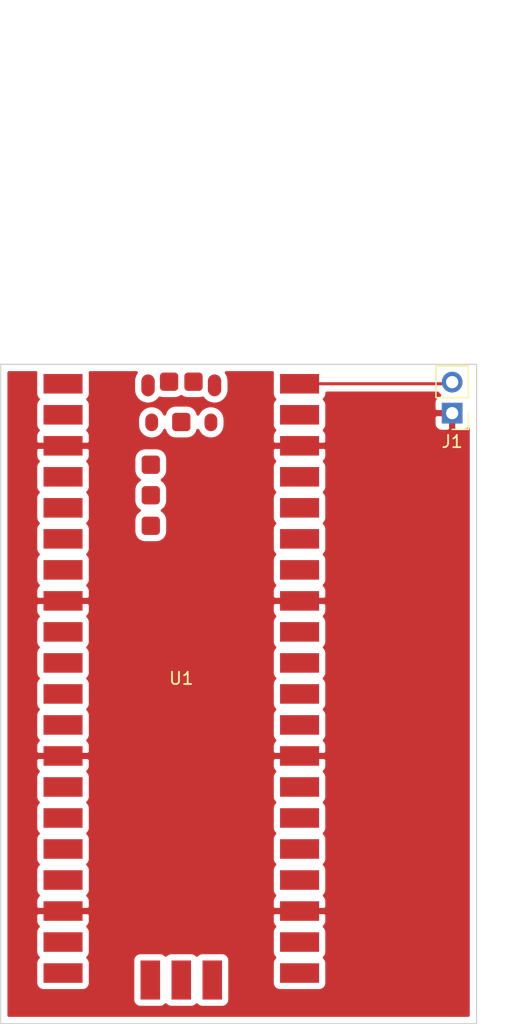
<source format=kicad_pcb>
(kicad_pcb (version 20171130) (host pcbnew 5.1.9-73d0e3b20d~88~ubuntu18.04.1)

  (general
    (thickness 1.6)
    (drawings 4)
    (tracks 3)
    (zones 0)
    (modules 2)
    (nets 3)
  )

  (page A4)
  (layers
    (0 F.Cu signal)
    (31 B.Cu signal)
    (32 B.Adhes user)
    (33 F.Adhes user)
    (34 B.Paste user)
    (35 F.Paste user)
    (36 B.SilkS user)
    (37 F.SilkS user)
    (38 B.Mask user)
    (39 F.Mask user)
    (40 Dwgs.User user)
    (41 Cmts.User user)
    (42 Eco1.User user)
    (43 Eco2.User user)
    (44 Edge.Cuts user)
    (45 Margin user)
    (46 B.CrtYd user)
    (47 F.CrtYd user)
    (48 B.Fab user)
    (49 F.Fab user)
  )

  (setup
    (last_trace_width 0.25)
    (trace_clearance 0.2)
    (zone_clearance 0.508)
    (zone_45_only no)
    (trace_min 0.2)
    (via_size 0.8)
    (via_drill 0.4)
    (via_min_size 0.4)
    (via_min_drill 0.3)
    (uvia_size 0.3)
    (uvia_drill 0.1)
    (uvias_allowed no)
    (uvia_min_size 0.2)
    (uvia_min_drill 0.1)
    (edge_width 0.05)
    (segment_width 0.2)
    (pcb_text_width 0.3)
    (pcb_text_size 1.5 1.5)
    (mod_edge_width 0.12)
    (mod_text_size 1 1)
    (mod_text_width 0.15)
    (pad_size 1.524 1.524)
    (pad_drill 0.762)
    (pad_to_mask_clearance 0)
    (aux_axis_origin 0 0)
    (visible_elements FFFFFF7F)
    (pcbplotparams
      (layerselection 0x010fc_ffffffff)
      (usegerberextensions false)
      (usegerberattributes true)
      (usegerberadvancedattributes true)
      (creategerberjobfile true)
      (excludeedgelayer true)
      (linewidth 0.100000)
      (plotframeref false)
      (viasonmask false)
      (mode 1)
      (useauxorigin false)
      (hpglpennumber 1)
      (hpglpenspeed 20)
      (hpglpendiameter 15.000000)
      (psnegative false)
      (psa4output false)
      (plotreference true)
      (plotvalue true)
      (plotinvisibletext false)
      (padsonsilk false)
      (subtractmaskfromsilk false)
      (outputformat 1)
      (mirror false)
      (drillshape 1)
      (scaleselection 1)
      (outputdirectory ""))
  )

  (net 0 "")
  (net 1 GND)
  (net 2 +5V)

  (net_class Default "This is the default net class."
    (clearance 0.2)
    (trace_width 0.25)
    (via_dia 0.8)
    (via_drill 0.4)
    (uvia_dia 0.3)
    (uvia_drill 0.1)
    (add_net +5V)
    (add_net GND)
    (add_net "Net-(U1-Pad1)")
    (add_net "Net-(U1-Pad10)")
    (add_net "Net-(U1-Pad11)")
    (add_net "Net-(U1-Pad12)")
    (add_net "Net-(U1-Pad14)")
    (add_net "Net-(U1-Pad15)")
    (add_net "Net-(U1-Pad16)")
    (add_net "Net-(U1-Pad17)")
    (add_net "Net-(U1-Pad19)")
    (add_net "Net-(U1-Pad2)")
    (add_net "Net-(U1-Pad20)")
    (add_net "Net-(U1-Pad21)")
    (add_net "Net-(U1-Pad22)")
    (add_net "Net-(U1-Pad24)")
    (add_net "Net-(U1-Pad25)")
    (add_net "Net-(U1-Pad26)")
    (add_net "Net-(U1-Pad27)")
    (add_net "Net-(U1-Pad29)")
    (add_net "Net-(U1-Pad30)")
    (add_net "Net-(U1-Pad31)")
    (add_net "Net-(U1-Pad32)")
    (add_net "Net-(U1-Pad34)")
    (add_net "Net-(U1-Pad35)")
    (add_net "Net-(U1-Pad36)")
    (add_net "Net-(U1-Pad37)")
    (add_net "Net-(U1-Pad39)")
    (add_net "Net-(U1-Pad4)")
    (add_net "Net-(U1-Pad5)")
    (add_net "Net-(U1-Pad6)")
    (add_net "Net-(U1-Pad7)")
    (add_net "Net-(U1-Pad9)")
    (add_net "Net-(U1-PadD1)")
    (add_net "Net-(U1-PadD2)")
    (add_net "Net-(U1-PadD3)")
    (add_net "Net-(U1-PadTP1)")
    (add_net "Net-(U1-PadTP2)")
    (add_net "Net-(U1-PadTP3)")
    (add_net "Net-(U1-PadTP4)")
    (add_net "Net-(U1-PadTP5)")
    (add_net "Net-(U1-PadTP6)")
  )

  (module Connector_PinHeader_2.54mm:PinHeader_1x02_P2.54mm_Vertical (layer F.Cu) (tedit 59FED5CC) (tstamp 6025D90E)
    (at 130 79 180)
    (descr "Through hole straight pin header, 1x02, 2.54mm pitch, single row")
    (tags "Through hole pin header THT 1x02 2.54mm single row")
    (path /6026269F)
    (fp_text reference J1 (at 0 -2.33) (layer F.SilkS)
      (effects (font (size 1 1) (thickness 0.15)))
    )
    (fp_text value Conn_01x02 (at 0 4.87) (layer F.Fab)
      (effects (font (size 1 1) (thickness 0.15)))
    )
    (fp_text user %R (at 2.54 1.01 90) (layer F.Fab)
      (effects (font (size 1 1) (thickness 0.15)))
    )
    (fp_line (start -0.635 -1.27) (end 1.27 -1.27) (layer F.Fab) (width 0.1))
    (fp_line (start 1.27 -1.27) (end 1.27 3.81) (layer F.Fab) (width 0.1))
    (fp_line (start 1.27 3.81) (end -1.27 3.81) (layer F.Fab) (width 0.1))
    (fp_line (start -1.27 3.81) (end -1.27 -0.635) (layer F.Fab) (width 0.1))
    (fp_line (start -1.27 -0.635) (end -0.635 -1.27) (layer F.Fab) (width 0.1))
    (fp_line (start -1.33 3.87) (end 1.33 3.87) (layer F.SilkS) (width 0.12))
    (fp_line (start -1.33 1.27) (end -1.33 3.87) (layer F.SilkS) (width 0.12))
    (fp_line (start 1.33 1.27) (end 1.33 3.87) (layer F.SilkS) (width 0.12))
    (fp_line (start -1.33 1.27) (end 1.33 1.27) (layer F.SilkS) (width 0.12))
    (fp_line (start -1.33 0) (end -1.33 -1.33) (layer F.SilkS) (width 0.12))
    (fp_line (start -1.33 -1.33) (end 0 -1.33) (layer F.SilkS) (width 0.12))
    (fp_line (start -1.8 -1.8) (end -1.8 4.35) (layer F.CrtYd) (width 0.05))
    (fp_line (start -1.8 4.35) (end 1.8 4.35) (layer F.CrtYd) (width 0.05))
    (fp_line (start 1.8 4.35) (end 1.8 -1.8) (layer F.CrtYd) (width 0.05))
    (fp_line (start 1.8 -1.8) (end -1.8 -1.8) (layer F.CrtYd) (width 0.05))
    (pad 2 thru_hole oval (at 0 2.54 180) (size 1.7 1.7) (drill 1) (layers *.Cu *.Mask)
      (net 2 +5V))
    (pad 1 thru_hole rect (at 0 0 180) (size 1.7 1.7) (drill 1) (layers *.Cu *.Mask)
      (net 1 GND))
    (model ${KISYS3DMOD}/Connector_PinHeader_2.54mm.3dshapes/PinHeader_1x02_P2.54mm_Vertical.wrl
      (at (xyz 0 0 0))
      (scale (xyz 1 1 1))
      (rotate (xyz 0 0 0))
    )
  )

  (module Raspberry_Pi_Pico:RPi-Pico-SMT (layer F.Cu) (tedit 60257ED8) (tstamp 6025D951)
    (at 97.304999 126.225)
    (descr "Raspberry Pi Pico; SMT")
    (tags raspberry,pi,pico,smt)
    (path /6025A432)
    (attr smd)
    (fp_text reference U1 (at 10.5 -25.5) (layer F.SilkS)
      (effects (font (size 1 1) (thickness 0.15)))
    )
    (fp_text value Pico (at 10.5 -25.5 90) (layer F.Fab)
      (effects (font (size 1 1) (thickness 0.15)))
    )
    (fp_line (start 0 0) (end 21 0) (layer F.CrtYd) (width 0.12))
    (fp_line (start 21 0) (end 21 -51) (layer F.CrtYd) (width 0.12))
    (fp_line (start 21 -51) (end 14.5 -51) (layer F.CrtYd) (width 0.12))
    (fp_line (start 14.5 -51) (end 14.5 -52.3) (layer F.CrtYd) (width 0.12))
    (fp_line (start 14.5 -52.3) (end 6.5 -52.3) (layer F.CrtYd) (width 0.12))
    (fp_line (start 6.5 -52.3) (end 6.5 -51) (layer F.CrtYd) (width 0.12))
    (fp_line (start 6.5 -51) (end 0 -51) (layer F.CrtYd) (width 0.12))
    (fp_line (start 0 -51) (end 0 0) (layer F.CrtYd) (width 0.12))
    (fp_line (start 3 -51) (end 3 -81) (layer Eco1.User) (width 0.12))
    (fp_line (start 3 -81) (end 18 -81) (layer Eco1.User) (width 0.12))
    (fp_line (start 18 -81) (end 18 -51) (layer Eco1.User) (width 0.12))
    (pad 1 smd rect (at 0.81 -49.63) (size 3.2 1.6) (layers F.Cu F.Paste F.Mask))
    (pad 2 smd rect (at 0.81 -47.09) (size 3.2 1.6) (layers F.Cu F.Paste F.Mask))
    (pad 3 smd rect (at 0.81 -44.55) (size 3.2 1.6) (layers F.Cu F.Paste F.Mask)
      (net 1 GND))
    (pad 4 smd rect (at 0.81 -42.01) (size 3.2 1.6) (layers F.Cu F.Paste F.Mask))
    (pad 5 smd rect (at 0.81 -39.47) (size 3.2 1.6) (layers F.Cu F.Paste F.Mask))
    (pad 6 smd rect (at 0.81 -36.93) (size 3.2 1.6) (layers F.Cu F.Paste F.Mask))
    (pad 7 smd rect (at 0.81 -34.39) (size 3.2 1.6) (layers F.Cu F.Paste F.Mask))
    (pad 8 smd rect (at 0.81 -31.85) (size 3.2 1.6) (layers F.Cu F.Paste F.Mask)
      (net 1 GND))
    (pad 9 smd rect (at 0.81 -29.31) (size 3.2 1.6) (layers F.Cu F.Paste F.Mask))
    (pad 10 smd rect (at 0.81 -26.77) (size 3.2 1.6) (layers F.Cu F.Paste F.Mask))
    (pad 11 smd rect (at 0.81 -24.23) (size 3.2 1.6) (layers F.Cu F.Paste F.Mask))
    (pad 12 smd rect (at 0.81 -21.69) (size 3.2 1.6) (layers F.Cu F.Paste F.Mask))
    (pad 13 smd rect (at 0.81 -19.15) (size 3.2 1.6) (layers F.Cu F.Paste F.Mask)
      (net 1 GND))
    (pad 14 smd rect (at 0.81 -16.61) (size 3.2 1.6) (layers F.Cu F.Paste F.Mask))
    (pad 15 smd rect (at 0.81 -14.07) (size 3.2 1.6) (layers F.Cu F.Paste F.Mask))
    (pad 16 smd rect (at 0.81 -11.53) (size 3.2 1.6) (layers F.Cu F.Paste F.Mask))
    (pad 17 smd rect (at 0.81 -8.99) (size 3.2 1.6) (layers F.Cu F.Paste F.Mask))
    (pad 18 smd rect (at 0.81 -6.45) (size 3.2 1.6) (layers F.Cu F.Paste F.Mask)
      (net 1 GND))
    (pad 19 smd rect (at 0.81 -3.91) (size 3.2 1.6) (layers F.Cu F.Paste F.Mask))
    (pad 20 smd rect (at 0.81 -1.37) (size 3.2 1.6) (layers F.Cu F.Paste F.Mask))
    (pad 21 smd rect (at 20.19 -1.37) (size 3.2 1.6) (layers F.Cu F.Paste F.Mask))
    (pad 22 smd rect (at 20.19 -3.91) (size 3.2 1.6) (layers F.Cu F.Paste F.Mask))
    (pad 23 smd rect (at 20.19 -6.45) (size 3.2 1.6) (layers F.Cu F.Paste F.Mask)
      (net 1 GND))
    (pad 24 smd rect (at 20.19 -8.99) (size 3.2 1.6) (layers F.Cu F.Paste F.Mask))
    (pad 25 smd rect (at 20.19 -11.53) (size 3.2 1.6) (layers F.Cu F.Paste F.Mask))
    (pad 26 smd rect (at 20.19 -14.07) (size 3.2 1.6) (layers F.Cu F.Paste F.Mask))
    (pad 27 smd rect (at 20.19 -16.61) (size 3.2 1.6) (layers F.Cu F.Paste F.Mask))
    (pad 28 smd rect (at 20.19 -19.15) (size 3.2 1.6) (layers F.Cu F.Paste F.Mask)
      (net 1 GND))
    (pad 29 smd rect (at 20.19 -21.69) (size 3.2 1.6) (layers F.Cu F.Paste F.Mask))
    (pad 30 smd rect (at 20.19 -24.23) (size 3.2 1.6) (layers F.Cu F.Paste F.Mask))
    (pad 31 smd rect (at 20.19 -26.77) (size 3.2 1.6) (layers F.Cu F.Paste F.Mask))
    (pad 32 smd rect (at 20.19 -29.31) (size 3.2 1.6) (layers F.Cu F.Paste F.Mask))
    (pad 33 smd rect (at 20.19 -31.85) (size 3.2 1.6) (layers F.Cu F.Paste F.Mask)
      (net 1 GND))
    (pad 34 smd rect (at 20.19 -34.39) (size 3.2 1.6) (layers F.Cu F.Paste F.Mask))
    (pad 35 smd rect (at 20.19 -36.93) (size 3.2 1.6) (layers F.Cu F.Paste F.Mask))
    (pad 36 smd rect (at 20.19 -39.47) (size 3.2 1.6) (layers F.Cu F.Paste F.Mask))
    (pad 37 smd rect (at 20.19 -42.01) (size 3.2 1.6) (layers F.Cu F.Paste F.Mask))
    (pad 38 smd rect (at 20.19 -44.55) (size 3.2 1.6) (layers F.Cu F.Paste F.Mask)
      (net 1 GND))
    (pad 39 smd rect (at 20.19 -47.09) (size 3.2 1.6) (layers F.Cu F.Paste F.Mask))
    (pad 40 smd rect (at 20.19 -49.63) (size 3.2 1.6) (layers F.Cu F.Paste F.Mask)
      (net 2 +5V))
    (pad D1 smd rect (at 7.96 -0.8) (size 1.6 3.2) (layers F.Cu F.Paste F.Mask))
    (pad D2 smd rect (at 10.5 -0.8) (size 1.6 3.2) (layers F.Cu F.Paste F.Mask))
    (pad D3 smd rect (at 13.04 -0.8) (size 1.6 3.2) (layers F.Cu F.Paste F.Mask))
    (pad TP1 smd roundrect (at 10.5 -46.5) (size 1.5 1.5) (layers F.Cu F.Paste F.Mask) (roundrect_rratio 0.2))
    (pad TP2 smd roundrect (at 11.5 -49.8) (size 1.5 1.5) (layers F.Cu F.Paste F.Mask) (roundrect_rratio 0.2))
    (pad TP3 smd roundrect (at 9.5 -49.8) (size 1.5 1.5) (layers F.Cu F.Paste F.Mask) (roundrect_rratio 0.2))
    (pad TP4 smd roundrect (at 8 -43) (size 1.5 1.5) (layers F.Cu F.Paste F.Mask) (roundrect_rratio 0.2))
    (pad TP5 smd roundrect (at 8 -40.5) (size 1.5 1.5) (layers F.Cu F.Paste F.Mask) (roundrect_rratio 0.2))
    (pad TP6 smd roundrect (at 8 -38) (size 1.5 1.5) (layers F.Cu F.Paste F.Mask) (roundrect_rratio 0.2))
    (pad A smd roundrect (at 7.775 -49.5) (size 1.1 1.8) (layers F.Cu F.Paste F.Mask) (roundrect_rratio 0.5))
    (pad B smd roundrect (at 13.225 -49.5) (size 1.1 1.8) (layers F.Cu F.Paste F.Mask) (roundrect_rratio 0.5))
    (pad C smd roundrect (at 8.075 -46.47) (size 1.05 1.45) (layers F.Cu F.Paste F.Mask) (roundrect_rratio 0.5))
    (pad D smd roundrect (at 12.925 -46.47) (size 1.05 1.45) (layers F.Cu F.Paste F.Mask) (roundrect_rratio 0.5))
  )

  (gr_line (start 132 75) (end 132 129) (layer Edge.Cuts) (width 0.1))
  (gr_line (start 93 75) (end 132 75) (layer Edge.Cuts) (width 0.1))
  (gr_line (start 93 129) (end 93 75) (layer Edge.Cuts) (width 0.1))
  (gr_line (start 132 129) (end 93 129) (layer Edge.Cuts) (width 0.1))

  (segment (start 116.445 81.675) (end 117.494999 81.675) (width 0.25) (layer F.Cu) (net 1) (status 30))
  (segment (start 129.865 76.595) (end 130 76.46) (width 0.25) (layer F.Cu) (net 2))
  (segment (start 117.494999 76.595) (end 129.865 76.595) (width 0.25) (layer F.Cu) (net 2))

  (zone (net 1) (net_name GND) (layer F.Cu) (tstamp 0) (hatch edge 0.508)
    (connect_pads (clearance 0.508))
    (min_thickness 0.254)
    (fill yes (arc_segments 32) (thermal_gap 0.508) (thermal_bridge_width 0.508))
    (polygon
      (pts
        (xy 132 129) (xy 93 129) (xy 93 75) (xy 132 75)
      )
    )
    (filled_polygon
      (pts
        (xy 95.876927 75.795) (xy 95.876927 77.395) (xy 95.889187 77.519482) (xy 95.925497 77.63918) (xy 95.984462 77.749494)
        (xy 96.063814 77.846185) (xy 96.08674 77.865) (xy 96.063814 77.883815) (xy 95.984462 77.980506) (xy 95.925497 78.09082)
        (xy 95.889187 78.210518) (xy 95.876927 78.335) (xy 95.876927 79.935) (xy 95.889187 80.059482) (xy 95.925497 80.17918)
        (xy 95.984462 80.289494) (xy 96.063814 80.386185) (xy 96.08674 80.405) (xy 96.063814 80.423815) (xy 95.984462 80.520506)
        (xy 95.925497 80.63082) (xy 95.889187 80.750518) (xy 95.876927 80.875) (xy 95.879999 81.38925) (xy 96.038749 81.548)
        (xy 97.987999 81.548) (xy 97.987999 81.528) (xy 98.241999 81.528) (xy 98.241999 81.548) (xy 100.191249 81.548)
        (xy 100.349999 81.38925) (xy 100.353071 80.875) (xy 100.340811 80.750518) (xy 100.304501 80.63082) (xy 100.245536 80.520506)
        (xy 100.166184 80.423815) (xy 100.143258 80.405) (xy 100.166184 80.386185) (xy 100.245536 80.289494) (xy 100.304501 80.17918)
        (xy 100.340811 80.059482) (xy 100.353071 79.935) (xy 100.353071 79.555) (xy 104.216926 79.555) (xy 104.216926 79.955)
        (xy 104.239274 80.181904) (xy 104.30546 80.400088) (xy 104.412939 80.601168) (xy 104.557582 80.777416) (xy 104.73383 80.922059)
        (xy 104.93491 81.029538) (xy 105.153094 81.095724) (xy 105.379998 81.118072) (xy 105.38 81.118072) (xy 105.606904 81.095724)
        (xy 105.825088 81.029538) (xy 106.026168 80.922059) (xy 106.202416 80.777416) (xy 106.347059 80.601168) (xy 106.450186 80.40823)
        (xy 106.488333 80.533985) (xy 106.575021 80.696165) (xy 106.691682 80.838317) (xy 106.833834 80.954978) (xy 106.996014 81.041666)
        (xy 107.17199 81.095047) (xy 107.354999 81.113072) (xy 108.254999 81.113072) (xy 108.438008 81.095047) (xy 108.613984 81.041666)
        (xy 108.776164 80.954978) (xy 108.918316 80.838317) (xy 109.034977 80.696165) (xy 109.121665 80.533985) (xy 109.159812 80.40823)
        (xy 109.262939 80.601168) (xy 109.407582 80.777416) (xy 109.58383 80.922059) (xy 109.78491 81.029538) (xy 110.003094 81.095724)
        (xy 110.229998 81.118072) (xy 110.23 81.118072) (xy 110.456904 81.095724) (xy 110.675088 81.029538) (xy 110.876168 80.922059)
        (xy 111.052416 80.777416) (xy 111.197059 80.601168) (xy 111.304538 80.400088) (xy 111.370724 80.181904) (xy 111.393072 79.955)
        (xy 111.393072 79.555) (xy 111.370724 79.328096) (xy 111.304538 79.109912) (xy 111.197059 78.908832) (xy 111.052416 78.732584)
        (xy 110.876168 78.587941) (xy 110.675088 78.480462) (xy 110.456904 78.414276) (xy 110.23 78.391928) (xy 110.229998 78.391928)
        (xy 110.003094 78.414276) (xy 109.78491 78.480462) (xy 109.58383 78.587941) (xy 109.407582 78.732584) (xy 109.262939 78.908832)
        (xy 109.171423 79.080047) (xy 109.121665 78.916015) (xy 109.034977 78.753835) (xy 108.918316 78.611683) (xy 108.776164 78.495022)
        (xy 108.613984 78.408334) (xy 108.438008 78.354953) (xy 108.254999 78.336928) (xy 107.354999 78.336928) (xy 107.17199 78.354953)
        (xy 106.996014 78.408334) (xy 106.833834 78.495022) (xy 106.691682 78.611683) (xy 106.575021 78.753835) (xy 106.488333 78.916015)
        (xy 106.438575 79.080047) (xy 106.347059 78.908832) (xy 106.202416 78.732584) (xy 106.026168 78.587941) (xy 105.825088 78.480462)
        (xy 105.606904 78.414276) (xy 105.38 78.391928) (xy 105.379998 78.391928) (xy 105.153094 78.414276) (xy 104.93491 78.480462)
        (xy 104.73383 78.587941) (xy 104.557582 78.732584) (xy 104.412939 78.908832) (xy 104.30546 79.109912) (xy 104.239274 79.328096)
        (xy 104.216926 79.555) (xy 100.353071 79.555) (xy 100.353071 78.335) (xy 100.340811 78.210518) (xy 100.304501 78.09082)
        (xy 100.245536 77.980506) (xy 100.166184 77.883815) (xy 100.143258 77.865) (xy 100.166184 77.846185) (xy 100.245536 77.749494)
        (xy 100.304501 77.63918) (xy 100.340811 77.519482) (xy 100.353071 77.395) (xy 100.353071 75.795) (xy 100.342237 75.685)
        (xy 104.116725 75.685) (xy 104.092152 75.714943) (xy 103.982363 75.920345) (xy 103.914754 76.143219) (xy 103.891926 76.375)
        (xy 103.891926 77.075) (xy 103.914754 77.306781) (xy 103.982363 77.529655) (xy 104.092152 77.735057) (xy 104.239904 77.915094)
        (xy 104.419941 78.062846) (xy 104.625343 78.172635) (xy 104.848217 78.240244) (xy 105.079998 78.263072) (xy 105.08 78.263072)
        (xy 105.311781 78.240244) (xy 105.534655 78.172635) (xy 105.740057 78.062846) (xy 105.920094 77.915094) (xy 106.049185 77.757795)
        (xy 106.17199 77.795047) (xy 106.354999 77.813072) (xy 107.254999 77.813072) (xy 107.438008 77.795047) (xy 107.613984 77.741666)
        (xy 107.776164 77.654978) (xy 107.804999 77.631314) (xy 107.833834 77.654978) (xy 107.996014 77.741666) (xy 108.17199 77.795047)
        (xy 108.354999 77.813072) (xy 109.254999 77.813072) (xy 109.438008 77.795047) (xy 109.560813 77.757795) (xy 109.689904 77.915094)
        (xy 109.869941 78.062846) (xy 110.075343 78.172635) (xy 110.298217 78.240244) (xy 110.529998 78.263072) (xy 110.53 78.263072)
        (xy 110.761781 78.240244) (xy 110.984655 78.172635) (xy 111.190057 78.062846) (xy 111.370094 77.915094) (xy 111.517846 77.735057)
        (xy 111.627635 77.529655) (xy 111.695244 77.306781) (xy 111.718072 77.075) (xy 111.718072 76.375) (xy 111.695244 76.143219)
        (xy 111.627635 75.920345) (xy 111.517846 75.714943) (xy 111.493273 75.685) (xy 115.267761 75.685) (xy 115.256927 75.795)
        (xy 115.256927 77.395) (xy 115.269187 77.519482) (xy 115.305497 77.63918) (xy 115.364462 77.749494) (xy 115.443814 77.846185)
        (xy 115.46674 77.865) (xy 115.443814 77.883815) (xy 115.364462 77.980506) (xy 115.305497 78.09082) (xy 115.269187 78.210518)
        (xy 115.256927 78.335) (xy 115.256927 79.935) (xy 115.269187 80.059482) (xy 115.305497 80.17918) (xy 115.364462 80.289494)
        (xy 115.443814 80.386185) (xy 115.46674 80.405) (xy 115.443814 80.423815) (xy 115.364462 80.520506) (xy 115.305497 80.63082)
        (xy 115.269187 80.750518) (xy 115.256927 80.875) (xy 115.259999 81.38925) (xy 115.418749 81.548) (xy 117.367999 81.548)
        (xy 117.367999 81.528) (xy 117.621999 81.528) (xy 117.621999 81.548) (xy 119.571249 81.548) (xy 119.729999 81.38925)
        (xy 119.733071 80.875) (xy 119.720811 80.750518) (xy 119.684501 80.63082) (xy 119.625536 80.520506) (xy 119.546184 80.423815)
        (xy 119.523258 80.405) (xy 119.546184 80.386185) (xy 119.625536 80.289494) (xy 119.684501 80.17918) (xy 119.720811 80.059482)
        (xy 119.733071 79.935) (xy 119.733071 79.85) (xy 128.511928 79.85) (xy 128.524188 79.974482) (xy 128.560498 80.09418)
        (xy 128.619463 80.204494) (xy 128.698815 80.301185) (xy 128.795506 80.380537) (xy 128.90582 80.439502) (xy 129.025518 80.475812)
        (xy 129.15 80.488072) (xy 129.71425 80.485) (xy 129.873 80.32625) (xy 129.873 79.127) (xy 128.67375 79.127)
        (xy 128.515 79.28575) (xy 128.511928 79.85) (xy 119.733071 79.85) (xy 119.733071 78.335) (xy 119.720811 78.210518)
        (xy 119.684501 78.09082) (xy 119.625536 77.980506) (xy 119.546184 77.883815) (xy 119.523258 77.865) (xy 119.546184 77.846185)
        (xy 119.625536 77.749494) (xy 119.684501 77.63918) (xy 119.720811 77.519482) (xy 119.733071 77.395) (xy 119.733071 77.355)
        (xy 128.812026 77.355) (xy 128.846525 77.406632) (xy 128.97838 77.538487) (xy 128.90582 77.560498) (xy 128.795506 77.619463)
        (xy 128.698815 77.698815) (xy 128.619463 77.795506) (xy 128.560498 77.90582) (xy 128.524188 78.025518) (xy 128.511928 78.15)
        (xy 128.515 78.71425) (xy 128.67375 78.873) (xy 129.873 78.873) (xy 129.873 78.853) (xy 130.127 78.853)
        (xy 130.127 78.873) (xy 130.147 78.873) (xy 130.147 79.127) (xy 130.127 79.127) (xy 130.127 80.32625)
        (xy 130.28575 80.485) (xy 130.85 80.488072) (xy 130.974482 80.475812) (xy 131.09418 80.439502) (xy 131.204494 80.380537)
        (xy 131.301185 80.301185) (xy 131.315 80.284351) (xy 131.315001 128.315) (xy 93.685 128.315) (xy 93.685 120.575)
        (xy 95.876927 120.575) (xy 95.889187 120.699482) (xy 95.925497 120.81918) (xy 95.984462 120.929494) (xy 96.063814 121.026185)
        (xy 96.08674 121.045) (xy 96.063814 121.063815) (xy 95.984462 121.160506) (xy 95.925497 121.27082) (xy 95.889187 121.390518)
        (xy 95.876927 121.515) (xy 95.876927 123.115) (xy 95.889187 123.239482) (xy 95.925497 123.35918) (xy 95.984462 123.469494)
        (xy 96.063814 123.566185) (xy 96.08674 123.585) (xy 96.063814 123.603815) (xy 95.984462 123.700506) (xy 95.925497 123.81082)
        (xy 95.889187 123.930518) (xy 95.876927 124.055) (xy 95.876927 125.655) (xy 95.889187 125.779482) (xy 95.925497 125.89918)
        (xy 95.984462 126.009494) (xy 96.063814 126.106185) (xy 96.160505 126.185537) (xy 96.270819 126.244502) (xy 96.390517 126.280812)
        (xy 96.514999 126.293072) (xy 99.714999 126.293072) (xy 99.839481 126.280812) (xy 99.959179 126.244502) (xy 100.069493 126.185537)
        (xy 100.166184 126.106185) (xy 100.245536 126.009494) (xy 100.304501 125.89918) (xy 100.340811 125.779482) (xy 100.353071 125.655)
        (xy 100.353071 124.055) (xy 100.340811 123.930518) (xy 100.308803 123.825) (xy 103.826927 123.825) (xy 103.826927 127.025)
        (xy 103.839187 127.149482) (xy 103.875497 127.26918) (xy 103.934462 127.379494) (xy 104.013814 127.476185) (xy 104.110505 127.555537)
        (xy 104.220819 127.614502) (xy 104.340517 127.650812) (xy 104.464999 127.663072) (xy 106.064999 127.663072) (xy 106.189481 127.650812)
        (xy 106.309179 127.614502) (xy 106.419493 127.555537) (xy 106.516184 127.476185) (xy 106.534999 127.453259) (xy 106.553814 127.476185)
        (xy 106.650505 127.555537) (xy 106.760819 127.614502) (xy 106.880517 127.650812) (xy 107.004999 127.663072) (xy 108.604999 127.663072)
        (xy 108.729481 127.650812) (xy 108.849179 127.614502) (xy 108.959493 127.555537) (xy 109.056184 127.476185) (xy 109.074999 127.453259)
        (xy 109.093814 127.476185) (xy 109.190505 127.555537) (xy 109.300819 127.614502) (xy 109.420517 127.650812) (xy 109.544999 127.663072)
        (xy 111.144999 127.663072) (xy 111.269481 127.650812) (xy 111.389179 127.614502) (xy 111.499493 127.555537) (xy 111.596184 127.476185)
        (xy 111.675536 127.379494) (xy 111.734501 127.26918) (xy 111.770811 127.149482) (xy 111.783071 127.025) (xy 111.783071 123.825)
        (xy 111.770811 123.700518) (xy 111.734501 123.58082) (xy 111.675536 123.470506) (xy 111.596184 123.373815) (xy 111.499493 123.294463)
        (xy 111.389179 123.235498) (xy 111.269481 123.199188) (xy 111.144999 123.186928) (xy 109.544999 123.186928) (xy 109.420517 123.199188)
        (xy 109.300819 123.235498) (xy 109.190505 123.294463) (xy 109.093814 123.373815) (xy 109.074999 123.396741) (xy 109.056184 123.373815)
        (xy 108.959493 123.294463) (xy 108.849179 123.235498) (xy 108.729481 123.199188) (xy 108.604999 123.186928) (xy 107.004999 123.186928)
        (xy 106.880517 123.199188) (xy 106.760819 123.235498) (xy 106.650505 123.294463) (xy 106.553814 123.373815) (xy 106.534999 123.396741)
        (xy 106.516184 123.373815) (xy 106.419493 123.294463) (xy 106.309179 123.235498) (xy 106.189481 123.199188) (xy 106.064999 123.186928)
        (xy 104.464999 123.186928) (xy 104.340517 123.199188) (xy 104.220819 123.235498) (xy 104.110505 123.294463) (xy 104.013814 123.373815)
        (xy 103.934462 123.470506) (xy 103.875497 123.58082) (xy 103.839187 123.700518) (xy 103.826927 123.825) (xy 100.308803 123.825)
        (xy 100.304501 123.81082) (xy 100.245536 123.700506) (xy 100.166184 123.603815) (xy 100.143258 123.585) (xy 100.166184 123.566185)
        (xy 100.245536 123.469494) (xy 100.304501 123.35918) (xy 100.340811 123.239482) (xy 100.353071 123.115) (xy 100.353071 121.515)
        (xy 100.340811 121.390518) (xy 100.304501 121.27082) (xy 100.245536 121.160506) (xy 100.166184 121.063815) (xy 100.143258 121.045)
        (xy 100.166184 121.026185) (xy 100.245536 120.929494) (xy 100.304501 120.81918) (xy 100.340811 120.699482) (xy 100.353071 120.575)
        (xy 115.256927 120.575) (xy 115.269187 120.699482) (xy 115.305497 120.81918) (xy 115.364462 120.929494) (xy 115.443814 121.026185)
        (xy 115.46674 121.045) (xy 115.443814 121.063815) (xy 115.364462 121.160506) (xy 115.305497 121.27082) (xy 115.269187 121.390518)
        (xy 115.256927 121.515) (xy 115.256927 123.115) (xy 115.269187 123.239482) (xy 115.305497 123.35918) (xy 115.364462 123.469494)
        (xy 115.443814 123.566185) (xy 115.46674 123.585) (xy 115.443814 123.603815) (xy 115.364462 123.700506) (xy 115.305497 123.81082)
        (xy 115.269187 123.930518) (xy 115.256927 124.055) (xy 115.256927 125.655) (xy 115.269187 125.779482) (xy 115.305497 125.89918)
        (xy 115.364462 126.009494) (xy 115.443814 126.106185) (xy 115.540505 126.185537) (xy 115.650819 126.244502) (xy 115.770517 126.280812)
        (xy 115.894999 126.293072) (xy 119.094999 126.293072) (xy 119.219481 126.280812) (xy 119.339179 126.244502) (xy 119.449493 126.185537)
        (xy 119.546184 126.106185) (xy 119.625536 126.009494) (xy 119.684501 125.89918) (xy 119.720811 125.779482) (xy 119.733071 125.655)
        (xy 119.733071 124.055) (xy 119.720811 123.930518) (xy 119.684501 123.81082) (xy 119.625536 123.700506) (xy 119.546184 123.603815)
        (xy 119.523258 123.585) (xy 119.546184 123.566185) (xy 119.625536 123.469494) (xy 119.684501 123.35918) (xy 119.720811 123.239482)
        (xy 119.733071 123.115) (xy 119.733071 121.515) (xy 119.720811 121.390518) (xy 119.684501 121.27082) (xy 119.625536 121.160506)
        (xy 119.546184 121.063815) (xy 119.523258 121.045) (xy 119.546184 121.026185) (xy 119.625536 120.929494) (xy 119.684501 120.81918)
        (xy 119.720811 120.699482) (xy 119.733071 120.575) (xy 119.729999 120.06075) (xy 119.571249 119.902) (xy 117.621999 119.902)
        (xy 117.621999 119.922) (xy 117.367999 119.922) (xy 117.367999 119.902) (xy 115.418749 119.902) (xy 115.259999 120.06075)
        (xy 115.256927 120.575) (xy 100.353071 120.575) (xy 100.349999 120.06075) (xy 100.191249 119.902) (xy 98.241999 119.902)
        (xy 98.241999 119.922) (xy 97.987999 119.922) (xy 97.987999 119.902) (xy 96.038749 119.902) (xy 95.879999 120.06075)
        (xy 95.876927 120.575) (xy 93.685 120.575) (xy 93.685 107.875) (xy 95.876927 107.875) (xy 95.889187 107.999482)
        (xy 95.925497 108.11918) (xy 95.984462 108.229494) (xy 96.063814 108.326185) (xy 96.08674 108.345) (xy 96.063814 108.363815)
        (xy 95.984462 108.460506) (xy 95.925497 108.57082) (xy 95.889187 108.690518) (xy 95.876927 108.815) (xy 95.876927 110.415)
        (xy 95.889187 110.539482) (xy 95.925497 110.65918) (xy 95.984462 110.769494) (xy 96.063814 110.866185) (xy 96.08674 110.885)
        (xy 96.063814 110.903815) (xy 95.984462 111.000506) (xy 95.925497 111.11082) (xy 95.889187 111.230518) (xy 95.876927 111.355)
        (xy 95.876927 112.955) (xy 95.889187 113.079482) (xy 95.925497 113.19918) (xy 95.984462 113.309494) (xy 96.063814 113.406185)
        (xy 96.08674 113.425) (xy 96.063814 113.443815) (xy 95.984462 113.540506) (xy 95.925497 113.65082) (xy 95.889187 113.770518)
        (xy 95.876927 113.895) (xy 95.876927 115.495) (xy 95.889187 115.619482) (xy 95.925497 115.73918) (xy 95.984462 115.849494)
        (xy 96.063814 115.946185) (xy 96.08674 115.965) (xy 96.063814 115.983815) (xy 95.984462 116.080506) (xy 95.925497 116.19082)
        (xy 95.889187 116.310518) (xy 95.876927 116.435) (xy 95.876927 118.035) (xy 95.889187 118.159482) (xy 95.925497 118.27918)
        (xy 95.984462 118.389494) (xy 96.063814 118.486185) (xy 96.08674 118.505) (xy 96.063814 118.523815) (xy 95.984462 118.620506)
        (xy 95.925497 118.73082) (xy 95.889187 118.850518) (xy 95.876927 118.975) (xy 95.879999 119.48925) (xy 96.038749 119.648)
        (xy 97.987999 119.648) (xy 97.987999 119.628) (xy 98.241999 119.628) (xy 98.241999 119.648) (xy 100.191249 119.648)
        (xy 100.349999 119.48925) (xy 100.353071 118.975) (xy 100.340811 118.850518) (xy 100.304501 118.73082) (xy 100.245536 118.620506)
        (xy 100.166184 118.523815) (xy 100.143258 118.505) (xy 100.166184 118.486185) (xy 100.245536 118.389494) (xy 100.304501 118.27918)
        (xy 100.340811 118.159482) (xy 100.353071 118.035) (xy 100.353071 116.435) (xy 100.340811 116.310518) (xy 100.304501 116.19082)
        (xy 100.245536 116.080506) (xy 100.166184 115.983815) (xy 100.143258 115.965) (xy 100.166184 115.946185) (xy 100.245536 115.849494)
        (xy 100.304501 115.73918) (xy 100.340811 115.619482) (xy 100.353071 115.495) (xy 100.353071 113.895) (xy 100.340811 113.770518)
        (xy 100.304501 113.65082) (xy 100.245536 113.540506) (xy 100.166184 113.443815) (xy 100.143258 113.425) (xy 100.166184 113.406185)
        (xy 100.245536 113.309494) (xy 100.304501 113.19918) (xy 100.340811 113.079482) (xy 100.353071 112.955) (xy 100.353071 111.355)
        (xy 100.340811 111.230518) (xy 100.304501 111.11082) (xy 100.245536 111.000506) (xy 100.166184 110.903815) (xy 100.143258 110.885)
        (xy 100.166184 110.866185) (xy 100.245536 110.769494) (xy 100.304501 110.65918) (xy 100.340811 110.539482) (xy 100.353071 110.415)
        (xy 100.353071 108.815) (xy 100.340811 108.690518) (xy 100.304501 108.57082) (xy 100.245536 108.460506) (xy 100.166184 108.363815)
        (xy 100.143258 108.345) (xy 100.166184 108.326185) (xy 100.245536 108.229494) (xy 100.304501 108.11918) (xy 100.340811 107.999482)
        (xy 100.353071 107.875) (xy 115.256927 107.875) (xy 115.269187 107.999482) (xy 115.305497 108.11918) (xy 115.364462 108.229494)
        (xy 115.443814 108.326185) (xy 115.46674 108.345) (xy 115.443814 108.363815) (xy 115.364462 108.460506) (xy 115.305497 108.57082)
        (xy 115.269187 108.690518) (xy 115.256927 108.815) (xy 115.256927 110.415) (xy 115.269187 110.539482) (xy 115.305497 110.65918)
        (xy 115.364462 110.769494) (xy 115.443814 110.866185) (xy 115.46674 110.885) (xy 115.443814 110.903815) (xy 115.364462 111.000506)
        (xy 115.305497 111.11082) (xy 115.269187 111.230518) (xy 115.256927 111.355) (xy 115.256927 112.955) (xy 115.269187 113.079482)
        (xy 115.305497 113.19918) (xy 115.364462 113.309494) (xy 115.443814 113.406185) (xy 115.46674 113.425) (xy 115.443814 113.443815)
        (xy 115.364462 113.540506) (xy 115.305497 113.65082) (xy 115.269187 113.770518) (xy 115.256927 113.895) (xy 115.256927 115.495)
        (xy 115.269187 115.619482) (xy 115.305497 115.73918) (xy 115.364462 115.849494) (xy 115.443814 115.946185) (xy 115.46674 115.965)
        (xy 115.443814 115.983815) (xy 115.364462 116.080506) (xy 115.305497 116.19082) (xy 115.269187 116.310518) (xy 115.256927 116.435)
        (xy 115.256927 118.035) (xy 115.269187 118.159482) (xy 115.305497 118.27918) (xy 115.364462 118.389494) (xy 115.443814 118.486185)
        (xy 115.46674 118.505) (xy 115.443814 118.523815) (xy 115.364462 118.620506) (xy 115.305497 118.73082) (xy 115.269187 118.850518)
        (xy 115.256927 118.975) (xy 115.259999 119.48925) (xy 115.418749 119.648) (xy 117.367999 119.648) (xy 117.367999 119.628)
        (xy 117.621999 119.628) (xy 117.621999 119.648) (xy 119.571249 119.648) (xy 119.729999 119.48925) (xy 119.733071 118.975)
        (xy 119.720811 118.850518) (xy 119.684501 118.73082) (xy 119.625536 118.620506) (xy 119.546184 118.523815) (xy 119.523258 118.505)
        (xy 119.546184 118.486185) (xy 119.625536 118.389494) (xy 119.684501 118.27918) (xy 119.720811 118.159482) (xy 119.733071 118.035)
        (xy 119.733071 116.435) (xy 119.720811 116.310518) (xy 119.684501 116.19082) (xy 119.625536 116.080506) (xy 119.546184 115.983815)
        (xy 119.523258 115.965) (xy 119.546184 115.946185) (xy 119.625536 115.849494) (xy 119.684501 115.73918) (xy 119.720811 115.619482)
        (xy 119.733071 115.495) (xy 119.733071 113.895) (xy 119.720811 113.770518) (xy 119.684501 113.65082) (xy 119.625536 113.540506)
        (xy 119.546184 113.443815) (xy 119.523258 113.425) (xy 119.546184 113.406185) (xy 119.625536 113.309494) (xy 119.684501 113.19918)
        (xy 119.720811 113.079482) (xy 119.733071 112.955) (xy 119.733071 111.355) (xy 119.720811 111.230518) (xy 119.684501 111.11082)
        (xy 119.625536 111.000506) (xy 119.546184 110.903815) (xy 119.523258 110.885) (xy 119.546184 110.866185) (xy 119.625536 110.769494)
        (xy 119.684501 110.65918) (xy 119.720811 110.539482) (xy 119.733071 110.415) (xy 119.733071 108.815) (xy 119.720811 108.690518)
        (xy 119.684501 108.57082) (xy 119.625536 108.460506) (xy 119.546184 108.363815) (xy 119.523258 108.345) (xy 119.546184 108.326185)
        (xy 119.625536 108.229494) (xy 119.684501 108.11918) (xy 119.720811 107.999482) (xy 119.733071 107.875) (xy 119.729999 107.36075)
        (xy 119.571249 107.202) (xy 117.621999 107.202) (xy 117.621999 107.222) (xy 117.367999 107.222) (xy 117.367999 107.202)
        (xy 115.418749 107.202) (xy 115.259999 107.36075) (xy 115.256927 107.875) (xy 100.353071 107.875) (xy 100.349999 107.36075)
        (xy 100.191249 107.202) (xy 98.241999 107.202) (xy 98.241999 107.222) (xy 97.987999 107.222) (xy 97.987999 107.202)
        (xy 96.038749 107.202) (xy 95.879999 107.36075) (xy 95.876927 107.875) (xy 93.685 107.875) (xy 93.685 95.175)
        (xy 95.876927 95.175) (xy 95.889187 95.299482) (xy 95.925497 95.41918) (xy 95.984462 95.529494) (xy 96.063814 95.626185)
        (xy 96.08674 95.645) (xy 96.063814 95.663815) (xy 95.984462 95.760506) (xy 95.925497 95.87082) (xy 95.889187 95.990518)
        (xy 95.876927 96.115) (xy 95.876927 97.715) (xy 95.889187 97.839482) (xy 95.925497 97.95918) (xy 95.984462 98.069494)
        (xy 96.063814 98.166185) (xy 96.08674 98.185) (xy 96.063814 98.203815) (xy 95.984462 98.300506) (xy 95.925497 98.41082)
        (xy 95.889187 98.530518) (xy 95.876927 98.655) (xy 95.876927 100.255) (xy 95.889187 100.379482) (xy 95.925497 100.49918)
        (xy 95.984462 100.609494) (xy 96.063814 100.706185) (xy 96.08674 100.725) (xy 96.063814 100.743815) (xy 95.984462 100.840506)
        (xy 95.925497 100.95082) (xy 95.889187 101.070518) (xy 95.876927 101.195) (xy 95.876927 102.795) (xy 95.889187 102.919482)
        (xy 95.925497 103.03918) (xy 95.984462 103.149494) (xy 96.063814 103.246185) (xy 96.08674 103.265) (xy 96.063814 103.283815)
        (xy 95.984462 103.380506) (xy 95.925497 103.49082) (xy 95.889187 103.610518) (xy 95.876927 103.735) (xy 95.876927 105.335)
        (xy 95.889187 105.459482) (xy 95.925497 105.57918) (xy 95.984462 105.689494) (xy 96.063814 105.786185) (xy 96.08674 105.805)
        (xy 96.063814 105.823815) (xy 95.984462 105.920506) (xy 95.925497 106.03082) (xy 95.889187 106.150518) (xy 95.876927 106.275)
        (xy 95.879999 106.78925) (xy 96.038749 106.948) (xy 97.987999 106.948) (xy 97.987999 106.928) (xy 98.241999 106.928)
        (xy 98.241999 106.948) (xy 100.191249 106.948) (xy 100.349999 106.78925) (xy 100.353071 106.275) (xy 100.340811 106.150518)
        (xy 100.304501 106.03082) (xy 100.245536 105.920506) (xy 100.166184 105.823815) (xy 100.143258 105.805) (xy 100.166184 105.786185)
        (xy 100.245536 105.689494) (xy 100.304501 105.57918) (xy 100.340811 105.459482) (xy 100.353071 105.335) (xy 100.353071 103.735)
        (xy 100.340811 103.610518) (xy 100.304501 103.49082) (xy 100.245536 103.380506) (xy 100.166184 103.283815) (xy 100.143258 103.265)
        (xy 100.166184 103.246185) (xy 100.245536 103.149494) (xy 100.304501 103.03918) (xy 100.340811 102.919482) (xy 100.353071 102.795)
        (xy 100.353071 101.195) (xy 100.340811 101.070518) (xy 100.304501 100.95082) (xy 100.245536 100.840506) (xy 100.166184 100.743815)
        (xy 100.143258 100.725) (xy 100.166184 100.706185) (xy 100.245536 100.609494) (xy 100.304501 100.49918) (xy 100.340811 100.379482)
        (xy 100.353071 100.255) (xy 100.353071 98.655) (xy 100.340811 98.530518) (xy 100.304501 98.41082) (xy 100.245536 98.300506)
        (xy 100.166184 98.203815) (xy 100.143258 98.185) (xy 100.166184 98.166185) (xy 100.245536 98.069494) (xy 100.304501 97.95918)
        (xy 100.340811 97.839482) (xy 100.353071 97.715) (xy 100.353071 96.115) (xy 100.340811 95.990518) (xy 100.304501 95.87082)
        (xy 100.245536 95.760506) (xy 100.166184 95.663815) (xy 100.143258 95.645) (xy 100.166184 95.626185) (xy 100.245536 95.529494)
        (xy 100.304501 95.41918) (xy 100.340811 95.299482) (xy 100.353071 95.175) (xy 115.256927 95.175) (xy 115.269187 95.299482)
        (xy 115.305497 95.41918) (xy 115.364462 95.529494) (xy 115.443814 95.626185) (xy 115.46674 95.645) (xy 115.443814 95.663815)
        (xy 115.364462 95.760506) (xy 115.305497 95.87082) (xy 115.269187 95.990518) (xy 115.256927 96.115) (xy 115.256927 97.715)
        (xy 115.269187 97.839482) (xy 115.305497 97.95918) (xy 115.364462 98.069494) (xy 115.443814 98.166185) (xy 115.46674 98.185)
        (xy 115.443814 98.203815) (xy 115.364462 98.300506) (xy 115.305497 98.41082) (xy 115.269187 98.530518) (xy 115.256927 98.655)
        (xy 115.256927 100.255) (xy 115.269187 100.379482) (xy 115.305497 100.49918) (xy 115.364462 100.609494) (xy 115.443814 100.706185)
        (xy 115.46674 100.725) (xy 115.443814 100.743815) (xy 115.364462 100.840506) (xy 115.305497 100.95082) (xy 115.269187 101.070518)
        (xy 115.256927 101.195) (xy 115.256927 102.795) (xy 115.269187 102.919482) (xy 115.305497 103.03918) (xy 115.364462 103.149494)
        (xy 115.443814 103.246185) (xy 115.46674 103.265) (xy 115.443814 103.283815) (xy 115.364462 103.380506) (xy 115.305497 103.49082)
        (xy 115.269187 103.610518) (xy 115.256927 103.735) (xy 115.256927 105.335) (xy 115.269187 105.459482) (xy 115.305497 105.57918)
        (xy 115.364462 105.689494) (xy 115.443814 105.786185) (xy 115.46674 105.805) (xy 115.443814 105.823815) (xy 115.364462 105.920506)
        (xy 115.305497 106.03082) (xy 115.269187 106.150518) (xy 115.256927 106.275) (xy 115.259999 106.78925) (xy 115.418749 106.948)
        (xy 117.367999 106.948) (xy 117.367999 106.928) (xy 117.621999 106.928) (xy 117.621999 106.948) (xy 119.571249 106.948)
        (xy 119.729999 106.78925) (xy 119.733071 106.275) (xy 119.720811 106.150518) (xy 119.684501 106.03082) (xy 119.625536 105.920506)
        (xy 119.546184 105.823815) (xy 119.523258 105.805) (xy 119.546184 105.786185) (xy 119.625536 105.689494) (xy 119.684501 105.57918)
        (xy 119.720811 105.459482) (xy 119.733071 105.335) (xy 119.733071 103.735) (xy 119.720811 103.610518) (xy 119.684501 103.49082)
        (xy 119.625536 103.380506) (xy 119.546184 103.283815) (xy 119.523258 103.265) (xy 119.546184 103.246185) (xy 119.625536 103.149494)
        (xy 119.684501 103.03918) (xy 119.720811 102.919482) (xy 119.733071 102.795) (xy 119.733071 101.195) (xy 119.720811 101.070518)
        (xy 119.684501 100.95082) (xy 119.625536 100.840506) (xy 119.546184 100.743815) (xy 119.523258 100.725) (xy 119.546184 100.706185)
        (xy 119.625536 100.609494) (xy 119.684501 100.49918) (xy 119.720811 100.379482) (xy 119.733071 100.255) (xy 119.733071 98.655)
        (xy 119.720811 98.530518) (xy 119.684501 98.41082) (xy 119.625536 98.300506) (xy 119.546184 98.203815) (xy 119.523258 98.185)
        (xy 119.546184 98.166185) (xy 119.625536 98.069494) (xy 119.684501 97.95918) (xy 119.720811 97.839482) (xy 119.733071 97.715)
        (xy 119.733071 96.115) (xy 119.720811 95.990518) (xy 119.684501 95.87082) (xy 119.625536 95.760506) (xy 119.546184 95.663815)
        (xy 119.523258 95.645) (xy 119.546184 95.626185) (xy 119.625536 95.529494) (xy 119.684501 95.41918) (xy 119.720811 95.299482)
        (xy 119.733071 95.175) (xy 119.729999 94.66075) (xy 119.571249 94.502) (xy 117.621999 94.502) (xy 117.621999 94.522)
        (xy 117.367999 94.522) (xy 117.367999 94.502) (xy 115.418749 94.502) (xy 115.259999 94.66075) (xy 115.256927 95.175)
        (xy 100.353071 95.175) (xy 100.349999 94.66075) (xy 100.191249 94.502) (xy 98.241999 94.502) (xy 98.241999 94.522)
        (xy 97.987999 94.522) (xy 97.987999 94.502) (xy 96.038749 94.502) (xy 95.879999 94.66075) (xy 95.876927 95.175)
        (xy 93.685 95.175) (xy 93.685 82.475) (xy 95.876927 82.475) (xy 95.889187 82.599482) (xy 95.925497 82.71918)
        (xy 95.984462 82.829494) (xy 96.063814 82.926185) (xy 96.08674 82.945) (xy 96.063814 82.963815) (xy 95.984462 83.060506)
        (xy 95.925497 83.17082) (xy 95.889187 83.290518) (xy 95.876927 83.415) (xy 95.876927 85.015) (xy 95.889187 85.139482)
        (xy 95.925497 85.25918) (xy 95.984462 85.369494) (xy 96.063814 85.466185) (xy 96.08674 85.485) (xy 96.063814 85.503815)
        (xy 95.984462 85.600506) (xy 95.925497 85.71082) (xy 95.889187 85.830518) (xy 95.876927 85.955) (xy 95.876927 87.555)
        (xy 95.889187 87.679482) (xy 95.925497 87.79918) (xy 95.984462 87.909494) (xy 96.063814 88.006185) (xy 96.08674 88.025)
        (xy 96.063814 88.043815) (xy 95.984462 88.140506) (xy 95.925497 88.25082) (xy 95.889187 88.370518) (xy 95.876927 88.495)
        (xy 95.876927 90.095) (xy 95.889187 90.219482) (xy 95.925497 90.33918) (xy 95.984462 90.449494) (xy 96.063814 90.546185)
        (xy 96.08674 90.565) (xy 96.063814 90.583815) (xy 95.984462 90.680506) (xy 95.925497 90.79082) (xy 95.889187 90.910518)
        (xy 95.876927 91.035) (xy 95.876927 92.635) (xy 95.889187 92.759482) (xy 95.925497 92.87918) (xy 95.984462 92.989494)
        (xy 96.063814 93.086185) (xy 96.08674 93.105) (xy 96.063814 93.123815) (xy 95.984462 93.220506) (xy 95.925497 93.33082)
        (xy 95.889187 93.450518) (xy 95.876927 93.575) (xy 95.879999 94.08925) (xy 96.038749 94.248) (xy 97.987999 94.248)
        (xy 97.987999 94.228) (xy 98.241999 94.228) (xy 98.241999 94.248) (xy 100.191249 94.248) (xy 100.349999 94.08925)
        (xy 100.353071 93.575) (xy 100.340811 93.450518) (xy 100.304501 93.33082) (xy 100.245536 93.220506) (xy 100.166184 93.123815)
        (xy 100.143258 93.105) (xy 100.166184 93.086185) (xy 100.245536 92.989494) (xy 100.304501 92.87918) (xy 100.340811 92.759482)
        (xy 100.353071 92.635) (xy 100.353071 91.035) (xy 100.340811 90.910518) (xy 100.304501 90.79082) (xy 100.245536 90.680506)
        (xy 100.166184 90.583815) (xy 100.143258 90.565) (xy 100.166184 90.546185) (xy 100.245536 90.449494) (xy 100.304501 90.33918)
        (xy 100.340811 90.219482) (xy 100.353071 90.095) (xy 100.353071 88.495) (xy 100.340811 88.370518) (xy 100.304501 88.25082)
        (xy 100.245536 88.140506) (xy 100.166184 88.043815) (xy 100.143258 88.025) (xy 100.166184 88.006185) (xy 100.245536 87.909494)
        (xy 100.304501 87.79918) (xy 100.340811 87.679482) (xy 100.353071 87.555) (xy 100.353071 85.955) (xy 100.340811 85.830518)
        (xy 100.304501 85.71082) (xy 100.245536 85.600506) (xy 100.166184 85.503815) (xy 100.143258 85.485) (xy 100.166184 85.466185)
        (xy 100.245536 85.369494) (xy 100.304501 85.25918) (xy 100.340811 85.139482) (xy 100.353071 85.015) (xy 100.353071 83.415)
        (xy 100.340811 83.290518) (xy 100.304501 83.17082) (xy 100.245536 83.060506) (xy 100.166184 82.963815) (xy 100.143258 82.945)
        (xy 100.166184 82.926185) (xy 100.245536 82.829494) (xy 100.274664 82.775) (xy 103.916927 82.775) (xy 103.916927 83.675)
        (xy 103.934952 83.858009) (xy 103.988333 84.033985) (xy 104.075021 84.196165) (xy 104.191682 84.338317) (xy 104.333834 84.454978)
        (xy 104.371292 84.475) (xy 104.333834 84.495022) (xy 104.191682 84.611683) (xy 104.075021 84.753835) (xy 103.988333 84.916015)
        (xy 103.934952 85.091991) (xy 103.916927 85.275) (xy 103.916927 86.175) (xy 103.934952 86.358009) (xy 103.988333 86.533985)
        (xy 104.075021 86.696165) (xy 104.191682 86.838317) (xy 104.333834 86.954978) (xy 104.371292 86.975) (xy 104.333834 86.995022)
        (xy 104.191682 87.111683) (xy 104.075021 87.253835) (xy 103.988333 87.416015) (xy 103.934952 87.591991) (xy 103.916927 87.775)
        (xy 103.916927 88.675) (xy 103.934952 88.858009) (xy 103.988333 89.033985) (xy 104.075021 89.196165) (xy 104.191682 89.338317)
        (xy 104.333834 89.454978) (xy 104.496014 89.541666) (xy 104.67199 89.595047) (xy 104.854999 89.613072) (xy 105.754999 89.613072)
        (xy 105.938008 89.595047) (xy 106.113984 89.541666) (xy 106.276164 89.454978) (xy 106.418316 89.338317) (xy 106.534977 89.196165)
        (xy 106.621665 89.033985) (xy 106.675046 88.858009) (xy 106.693071 88.675) (xy 106.693071 87.775) (xy 106.675046 87.591991)
        (xy 106.621665 87.416015) (xy 106.534977 87.253835) (xy 106.418316 87.111683) (xy 106.276164 86.995022) (xy 106.238706 86.975)
        (xy 106.276164 86.954978) (xy 106.418316 86.838317) (xy 106.534977 86.696165) (xy 106.621665 86.533985) (xy 106.675046 86.358009)
        (xy 106.693071 86.175) (xy 106.693071 85.275) (xy 106.675046 85.091991) (xy 106.621665 84.916015) (xy 106.534977 84.753835)
        (xy 106.418316 84.611683) (xy 106.276164 84.495022) (xy 106.238706 84.475) (xy 106.276164 84.454978) (xy 106.418316 84.338317)
        (xy 106.534977 84.196165) (xy 106.621665 84.033985) (xy 106.675046 83.858009) (xy 106.693071 83.675) (xy 106.693071 82.775)
        (xy 106.675046 82.591991) (xy 106.639558 82.475) (xy 115.256927 82.475) (xy 115.269187 82.599482) (xy 115.305497 82.71918)
        (xy 115.364462 82.829494) (xy 115.443814 82.926185) (xy 115.46674 82.945) (xy 115.443814 82.963815) (xy 115.364462 83.060506)
        (xy 115.305497 83.17082) (xy 115.269187 83.290518) (xy 115.256927 83.415) (xy 115.256927 85.015) (xy 115.269187 85.139482)
        (xy 115.305497 85.25918) (xy 115.364462 85.369494) (xy 115.443814 85.466185) (xy 115.46674 85.485) (xy 115.443814 85.503815)
        (xy 115.364462 85.600506) (xy 115.305497 85.71082) (xy 115.269187 85.830518) (xy 115.256927 85.955) (xy 115.256927 87.555)
        (xy 115.269187 87.679482) (xy 115.305497 87.79918) (xy 115.364462 87.909494) (xy 115.443814 88.006185) (xy 115.46674 88.025)
        (xy 115.443814 88.043815) (xy 115.364462 88.140506) (xy 115.305497 88.25082) (xy 115.269187 88.370518) (xy 115.256927 88.495)
        (xy 115.256927 90.095) (xy 115.269187 90.219482) (xy 115.305497 90.33918) (xy 115.364462 90.449494) (xy 115.443814 90.546185)
        (xy 115.46674 90.565) (xy 115.443814 90.583815) (xy 115.364462 90.680506) (xy 115.305497 90.79082) (xy 115.269187 90.910518)
        (xy 115.256927 91.035) (xy 115.256927 92.635) (xy 115.269187 92.759482) (xy 115.305497 92.87918) (xy 115.364462 92.989494)
        (xy 115.443814 93.086185) (xy 115.46674 93.105) (xy 115.443814 93.123815) (xy 115.364462 93.220506) (xy 115.305497 93.33082)
        (xy 115.269187 93.450518) (xy 115.256927 93.575) (xy 115.259999 94.08925) (xy 115.418749 94.248) (xy 117.367999 94.248)
        (xy 117.367999 94.228) (xy 117.621999 94.228) (xy 117.621999 94.248) (xy 119.571249 94.248) (xy 119.729999 94.08925)
        (xy 119.733071 93.575) (xy 119.720811 93.450518) (xy 119.684501 93.33082) (xy 119.625536 93.220506) (xy 119.546184 93.123815)
        (xy 119.523258 93.105) (xy 119.546184 93.086185) (xy 119.625536 92.989494) (xy 119.684501 92.87918) (xy 119.720811 92.759482)
        (xy 119.733071 92.635) (xy 119.733071 91.035) (xy 119.720811 90.910518) (xy 119.684501 90.79082) (xy 119.625536 90.680506)
        (xy 119.546184 90.583815) (xy 119.523258 90.565) (xy 119.546184 90.546185) (xy 119.625536 90.449494) (xy 119.684501 90.33918)
        (xy 119.720811 90.219482) (xy 119.733071 90.095) (xy 119.733071 88.495) (xy 119.720811 88.370518) (xy 119.684501 88.25082)
        (xy 119.625536 88.140506) (xy 119.546184 88.043815) (xy 119.523258 88.025) (xy 119.546184 88.006185) (xy 119.625536 87.909494)
        (xy 119.684501 87.79918) (xy 119.720811 87.679482) (xy 119.733071 87.555) (xy 119.733071 85.955) (xy 119.720811 85.830518)
        (xy 119.684501 85.71082) (xy 119.625536 85.600506) (xy 119.546184 85.503815) (xy 119.523258 85.485) (xy 119.546184 85.466185)
        (xy 119.625536 85.369494) (xy 119.684501 85.25918) (xy 119.720811 85.139482) (xy 119.733071 85.015) (xy 119.733071 83.415)
        (xy 119.720811 83.290518) (xy 119.684501 83.17082) (xy 119.625536 83.060506) (xy 119.546184 82.963815) (xy 119.523258 82.945)
        (xy 119.546184 82.926185) (xy 119.625536 82.829494) (xy 119.684501 82.71918) (xy 119.720811 82.599482) (xy 119.733071 82.475)
        (xy 119.729999 81.96075) (xy 119.571249 81.802) (xy 117.621999 81.802) (xy 117.621999 81.822) (xy 117.367999 81.822)
        (xy 117.367999 81.802) (xy 115.418749 81.802) (xy 115.259999 81.96075) (xy 115.256927 82.475) (xy 106.639558 82.475)
        (xy 106.621665 82.416015) (xy 106.534977 82.253835) (xy 106.418316 82.111683) (xy 106.276164 81.995022) (xy 106.113984 81.908334)
        (xy 105.938008 81.854953) (xy 105.754999 81.836928) (xy 104.854999 81.836928) (xy 104.67199 81.854953) (xy 104.496014 81.908334)
        (xy 104.333834 81.995022) (xy 104.191682 82.111683) (xy 104.075021 82.253835) (xy 103.988333 82.416015) (xy 103.934952 82.591991)
        (xy 103.916927 82.775) (xy 100.274664 82.775) (xy 100.304501 82.71918) (xy 100.340811 82.599482) (xy 100.353071 82.475)
        (xy 100.349999 81.96075) (xy 100.191249 81.802) (xy 98.241999 81.802) (xy 98.241999 81.822) (xy 97.987999 81.822)
        (xy 97.987999 81.802) (xy 96.038749 81.802) (xy 95.879999 81.96075) (xy 95.876927 82.475) (xy 93.685 82.475)
        (xy 93.685 75.685) (xy 95.887761 75.685)
      )
    )
  )
)

</source>
